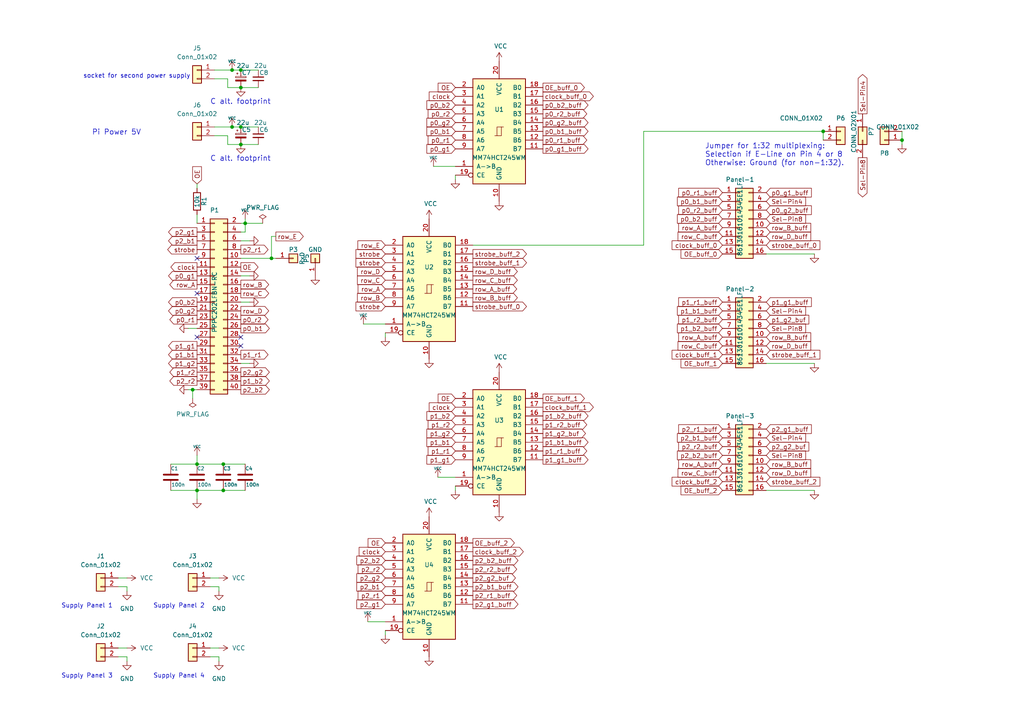
<source format=kicad_sch>
(kicad_sch (version 20211123) (generator eeschema)
  (paper "A4")
  (lib_symbols
    (symbol "74xx:74HC245" (pin_names (offset 1.016))
      (property "Reference" "U" (at -7.62 16.51 0))
      (property "Value" "74HC245" (at -7.62 -16.51 0))
      (symbol "74HC245_1_0"
        (pin input line (at -12.7 -10.16 0) (length 5.08) (name "A->B") (number "1"))
        (pin power_in line (at 0 -20.32 90) (length 5.08) (name "GND") (number "10"))
        (pin tri_state line (at 12.7 -5.08 180) (length 5.08) (name "B7") (number "11"))
        (pin tri_state line (at 12.7 -2.54 180) (length 5.08) (name "B6") (number "12"))
        (pin tri_state line (at 12.7 0 180) (length 5.08) (name "B5") (number "13"))
        (pin tri_state line (at 12.7 2.54 180) (length 5.08) (name "B4") (number "14"))
        (pin tri_state line (at 12.7 5.08 180) (length 5.08) (name "B3") (number "15"))
        (pin tri_state line (at 12.7 7.62 180) (length 5.08) (name "B2") (number "16"))
        (pin tri_state line (at 12.7 10.16 180) (length 5.08) (name "B1") (number "17"))
        (pin tri_state line (at 12.7 12.7 180) (length 5.08) (name "B0") (number "18"))
        (pin input inverted (at -12.7 -12.7 0) (length 5.08) (name "CE") (number "19"))
        (pin tri_state line (at -12.7 12.7 0) (length 5.08) (name "A0") (number "2"))
        (pin power_in line (at 0 20.32 270) (length 5.08) (name "VCC") (number "20"))
        (pin tri_state line (at -12.7 10.16 0) (length 5.08) (name "A1") (number "3"))
        (pin tri_state line (at -12.7 7.62 0) (length 5.08) (name "A2") (number "4"))
        (pin tri_state line (at -12.7 5.08 0) (length 5.08) (name "A3") (number "5"))
        (pin tri_state line (at -12.7 2.54 0) (length 5.08) (name "A4") (number "6"))
        (pin tri_state line (at -12.7 0 0) (length 5.08) (name "A5") (number "7"))
        (pin tri_state line (at -12.7 -2.54 0) (length 5.08) (name "A6") (number "8"))
        (pin tri_state line (at -12.7 -5.08 0) (length 5.08) (name "A7") (number "9"))
      )
    )
    (symbol "Connector_Generic:Conn_01x01" (pin_names (offset 1.016) hide)
      (property "Reference" "J" (at 0 2.54 0))
      (property "Value" "Conn_01x01" (at 0 -2.54 0))
      (symbol "Conn_01x01_1_1"
        (pin passive line (at -5.08 0 0) (length 3.81) (name "Pin_1") (number "1"))
      )
    )
    (symbol "Connector_Generic:Conn_01x02" (pin_names (offset 1.016) hide)
      (property "Reference" "J" (at 0 2.54 0))
      (property "Value" "Conn_01x02" (at 0 -5.08 0))
      (symbol "Conn_01x02_1_1"
        (pin passive line (at -5.08 0 0) (length 3.81) (name "Pin_1") (number "1"))
        (pin passive line (at -5.08 -2.54 0) (length 3.81) (name "Pin_2") (number "2"))
      )
    )
    (symbol "Connector_Generic:Conn_02x01" (pin_names (offset 1.016) hide)
      (property "Reference" "J" (at 1.27 2.54 0))
      (property "Value" "Conn_02x01" (at 1.27 -2.54 0))
      (symbol "Conn_02x01_1_1"
        (pin passive line (at -5.08 0 0) (length 3.81) (name "Pin_1") (number "1"))
        (pin passive line (at 7.62 0 180) (length 3.81) (name "Pin_2") (number "2"))
      )
    )
    (symbol "Connector_Generic:Conn_02x08_Odd_Even" (pin_names (offset 1.016) hide)
      (property "Reference" "J" (at 1.27 10.16 0))
      (property "Value" "Conn_02x08_Odd_Even" (at 1.27 -12.7 0))
      (symbol "Conn_02x08_Odd_Even_1_1"
        (pin passive line (at -5.08 7.62 0) (length 3.81) (name "Pin_1") (number "1"))
        (pin passive line (at 7.62 -2.54 180) (length 3.81) (name "Pin_10") (number "10"))
        (pin passive line (at -5.08 -5.08 0) (length 3.81) (name "Pin_11") (number "11"))
        (pin passive line (at 7.62 -5.08 180) (length 3.81) (name "Pin_12") (number "12"))
        (pin passive line (at -5.08 -7.62 0) (length 3.81) (name "Pin_13") (number "13"))
        (pin passive line (at 7.62 -7.62 180) (length 3.81) (name "Pin_14") (number "14"))
        (pin passive line (at -5.08 -10.16 0) (length 3.81) (name "Pin_15") (number "15"))
        (pin passive line (at 7.62 -10.16 180) (length 3.81) (name "Pin_16") (number "16"))
        (pin passive line (at 7.62 7.62 180) (length 3.81) (name "Pin_2") (number "2"))
        (pin passive line (at -5.08 5.08 0) (length 3.81) (name "Pin_3") (number "3"))
        (pin passive line (at 7.62 5.08 180) (length 3.81) (name "Pin_4") (number "4"))
        (pin passive line (at -5.08 2.54 0) (length 3.81) (name "Pin_5") (number "5"))
        (pin passive line (at 7.62 2.54 180) (length 3.81) (name "Pin_6") (number "6"))
        (pin passive line (at -5.08 0 0) (length 3.81) (name "Pin_7") (number "7"))
        (pin passive line (at 7.62 0 180) (length 3.81) (name "Pin_8") (number "8"))
        (pin passive line (at -5.08 -2.54 0) (length 3.81) (name "Pin_9") (number "9"))
      )
    )
    (symbol "Connector_Generic:Conn_02x20_Odd_Even" (pin_names (offset 1.016) hide)
      (property "Reference" "J" (at 1.27 25.4 0))
      (property "Value" "Conn_02x20_Odd_Even" (at 1.27 -27.94 0))
      (symbol "Conn_02x20_Odd_Even_1_1"
        (pin passive line (at -5.08 22.86 0) (length 3.81) (name "Pin_1") (number "1"))
        (pin passive line (at 7.62 12.7 180) (length 3.81) (name "Pin_10") (number "10"))
        (pin passive line (at -5.08 10.16 0) (length 3.81) (name "Pin_11") (number "11"))
        (pin passive line (at 7.62 10.16 180) (length 3.81) (name "Pin_12") (number "12"))
        (pin passive line (at -5.08 7.62 0) (length 3.81) (name "Pin_13") (number "13"))
        (pin passive line (at 7.62 7.62 180) (length 3.81) (name "Pin_14") (number "14"))
        (pin passive line (at -5.08 5.08 0) (length 3.81) (name "Pin_15") (number "15"))
        (pin passive line (at 7.62 5.08 180) (length 3.81) (name "Pin_16") (number "16"))
        (pin passive line (at -5.08 2.54 0) (length 3.81) (name "Pin_17") (number "17"))
        (pin passive line (at 7.62 2.54 180) (length 3.81) (name "Pin_18") (number "18"))
        (pin passive line (at -5.08 0 0) (length 3.81) (name "Pin_19") (number "19"))
        (pin passive line (at 7.62 22.86 180) (length 3.81) (name "Pin_2") (number "2"))
        (pin passive line (at 7.62 0 180) (length 3.81) (name "Pin_20") (number "20"))
        (pin passive line (at -5.08 -2.54 0) (length 3.81) (name "Pin_21") (number "21"))
        (pin passive line (at 7.62 -2.54 180) (length 3.81) (name "Pin_22") (number "22"))
        (pin passive line (at -5.08 -5.08 0) (length 3.81) (name "Pin_23") (number "23"))
        (pin passive line (at 7.62 -5.08 180) (length 3.81) (name "Pin_24") (number "24"))
        (pin passive line (at -5.08 -7.62 0) (length 3.81) (name "Pin_25") (number "25"))
        (pin passive line (at 7.62 -7.62 180) (length 3.81) (name "Pin_26") (number "26"))
        (pin passive line (at -5.08 -10.16 0) (length 3.81) (name "Pin_27") (number "27"))
        (pin passive line (at 7.62 -10.16 180) (length 3.81) (name "Pin_28") (number "28"))
        (pin passive line (at -5.08 -12.7 0) (length 3.81) (name "Pin_29") (number "29"))
        (pin passive line (at -5.08 20.32 0) (length 3.81) (name "Pin_3") (number "3"))
        (pin passive line (at 7.62 -12.7 180) (length 3.81) (name "Pin_30") (number "30"))
        (pin passive line (at -5.08 -15.24 0) (length 3.81) (name "Pin_31") (number "31"))
        (pin passive line (at 7.62 -15.24 180) (length 3.81) (name "Pin_32") (number "32"))
        (pin passive line (at -5.08 -17.78 0) (length 3.81) (name "Pin_33") (number "33"))
        (pin passive line (at 7.62 -17.78 180) (length 3.81) (name "Pin_34") (number "34"))
        (pin passive line (at -5.08 -20.32 0) (length 3.81) (name "Pin_35") (number "35"))
        (pin passive line (at 7.62 -20.32 180) (length 3.81) (name "Pin_36") (number "36"))
        (pin passive line (at -5.08 -22.86 0) (length 3.81) (name "Pin_37") (number "37"))
        (pin passive line (at 7.62 -22.86 180) (length 3.81) (name "Pin_38") (number "38"))
        (pin passive line (at -5.08 -25.4 0) (length 3.81) (name "Pin_39") (number "39"))
        (pin passive line (at 7.62 20.32 180) (length 3.81) (name "Pin_4") (number "4"))
        (pin passive line (at 7.62 -25.4 180) (length 3.81) (name "Pin_40") (number "40"))
        (pin passive line (at -5.08 17.78 0) (length 3.81) (name "Pin_5") (number "5"))
        (pin passive line (at 7.62 17.78 180) (length 3.81) (name "Pin_6") (number "6"))
        (pin passive line (at -5.08 15.24 0) (length 3.81) (name "Pin_7") (number "7"))
        (pin passive line (at 7.62 15.24 180) (length 3.81) (name "Pin_8") (number "8"))
        (pin passive line (at -5.08 12.7 0) (length 3.81) (name "Pin_9") (number "9"))
      )
    )
    (symbol "Device:C" (pin_numbers hide) (pin_names (offset 0.254))
      (property "Reference" "C" (at 0.635 2.54 0))
      (property "Value" "C" (at 0.635 -2.54 0))
      (symbol "C_1_1"
        (pin passive line (at 0 3.81 270) (length 2.794) (name "~") (number "1"))
        (pin passive line (at 0 -3.81 90) (length 2.794) (name "~") (number "2"))
      )
    )
    (symbol "Device:CP_Small" (pin_numbers hide) (pin_names (offset 0.254) hide)
      (property "Reference" "C" (at 0.254 1.778 0))
      (property "Value" "Device_CP_Small" (at 0.254 -2.032 0))
      (symbol "CP_Small_1_1"
        (pin passive line (at 0 2.54 270) (length 1.8542) (name "~") (number "1"))
        (pin passive line (at 0 -2.54 90) (length 1.8542) (name "~") (number "2"))
      )
    )
    (symbol "Device:C_Small" (pin_numbers hide) (pin_names (offset 0.254) hide)
      (property "Reference" "C" (at 0.254 1.778 0))
      (property "Value" "C_Small" (at 0.254 -2.032 0))
      (symbol "C_Small_1_1"
        (pin passive line (at 0 2.54 270) (length 2.032) (name "~") (number "1"))
        (pin passive line (at 0 -2.54 90) (length 2.032) (name "~") (number "2"))
      )
    )
    (symbol "Device:R" (pin_numbers hide) (pin_names (offset 0))
      (property "Reference" "R" (at 2.032 0 90))
      (property "Value" "R" (at 0 0 90))
      (symbol "R_1_1"
        (pin passive line (at 0 3.81 270) (length 1.27) (name "~") (number "1"))
        (pin passive line (at 0 -3.81 90) (length 1.27) (name "~") (number "2"))
      )
    )
    (symbol "power:GND" (power) (pin_names (offset 0))
      (property "Value" "GND" (at 0 -3.81 0))
      (symbol "GND_1_1"
        (pin power_in line (at 0 0 270) (length 0) hide (name "GND") (number "1"))
      )
    )
    (symbol "power:PWR_FLAG" (power) (pin_numbers hide) (pin_names (offset 0) hide)
      (property "Value" "PWR_FLAG" (at 0 3.81 0))
      (symbol "PWR_FLAG_0_0"
        (pin power_out line (at 0 0 90) (length 0) (name "pwr") (number "1"))
      )
    )
    (symbol "power:VCC" (power) (pin_names (offset 0))
      (property "Value" "VCC" (at 0 3.81 0))
      (symbol "VCC_1_1"
        (pin power_in line (at 0 0 90) (length 0) hide (name "VCC") (number "1"))
      )
    )
  )
  (junction (at 57.15 134.62))
  (junction (at 78.74 74.93))
  (junction (at 69.85 25.4))
  (junction (at 67.31 36.83))
  (junction (at 57.15 142.24))
  (junction (at 238.76 38.1))
  (junction (at 71.12 64.77))
  (junction (at 261.62 40.64))
  (junction (at 69.85 20.32))
  (junction (at 64.77 142.24))
  (junction (at 67.31 20.32))
  (junction (at 64.77 134.62))
  (junction (at 55.88 113.03))
  (junction (at 69.85 41.91))
  (junction (at 69.85 36.83))
  (no_connect (at 69.85 97.79))
  (no_connect (at 69.85 100.33))
  (no_connect (at 57.15 74.93))
  (no_connect (at 57.15 97.79))
  (no_connect (at 57.15 85.09))
  (wire (pts (xy 34.29 190.5) (xy 36.83 190.5)))
  (wire (pts (xy 111.76 182.88) (xy 111.76 184.15)))
  (wire (pts (xy 71.12 67.31) (xy 69.85 67.31)))
  (wire (pts (xy 34.29 187.96) (xy 36.83 187.96)))
  (wire (pts (xy 57.15 134.62) (xy 64.77 134.62)))
  (wire (pts (xy 67.31 20.32) (xy 69.85 20.32)))
  (wire (pts (xy 69.85 41.91) (xy 74.93 41.91)))
  (wire (pts (xy 36.83 190.5) (xy 36.83 191.77)))
  (wire (pts (xy 57.15 62.23) (xy 57.15 64.77)))
  (wire (pts (xy 62.23 39.37) (xy 66.04 39.37)))
  (wire (pts (xy 69.85 69.85) (xy 72.39 69.85)))
  (wire (pts (xy 63.5 190.5) (xy 63.5 191.77)))
  (wire (pts (xy 111.76 96.52) (xy 111.76 97.79)))
  (wire (pts (xy 34.29 167.64) (xy 36.83 167.64)))
  (wire (pts (xy 71.12 64.77) (xy 76.2 64.77)))
  (wire (pts (xy 261.62 38.1) (xy 261.62 40.64)))
  (wire (pts (xy 69.85 87.63) (xy 72.39 87.63)))
  (wire (pts (xy 57.15 142.24) (xy 57.15 144.78)))
  (wire (pts (xy 236.22 142.24) (xy 222.25 142.24)))
  (wire (pts (xy 62.23 20.32) (xy 67.31 20.32)))
  (wire (pts (xy 78.74 74.93) (xy 80.01 74.93)))
  (wire (pts (xy 36.83 170.18) (xy 36.83 171.45)))
  (wire (pts (xy 236.22 105.41) (xy 222.25 105.41)))
  (wire (pts (xy 66.04 22.86) (xy 66.04 25.4)))
  (wire (pts (xy 55.88 113.03) (xy 57.15 113.03)))
  (wire (pts (xy 80.01 68.58) (xy 78.74 68.58)))
  (wire (pts (xy 55.88 113.03) (xy 55.88 115.57)))
  (wire (pts (xy 60.96 190.5) (xy 63.5 190.5)))
  (wire (pts (xy 62.23 22.86) (xy 66.04 22.86)))
  (wire (pts (xy 60.96 167.64) (xy 63.5 167.64)))
  (wire (pts (xy 71.12 63.5) (xy 71.12 64.77)))
  (wire (pts (xy 105.41 93.98) (xy 111.76 93.98)))
  (wire (pts (xy 127 138.43) (xy 132.08 138.43)))
  (wire (pts (xy 49.53 142.24) (xy 57.15 142.24)))
  (wire (pts (xy 67.31 36.83) (xy 69.85 36.83)))
  (wire (pts (xy 132.08 48.26) (xy 125.73 48.26)))
  (wire (pts (xy 236.22 73.66) (xy 222.25 73.66)))
  (wire (pts (xy 57.15 142.24) (xy 64.77 142.24)))
  (wire (pts (xy 34.29 170.18) (xy 36.83 170.18)))
  (wire (pts (xy 66.04 39.37) (xy 66.04 41.91)))
  (wire (pts (xy 69.85 20.32) (xy 74.93 20.32)))
  (wire (pts (xy 132.08 140.97) (xy 132.08 142.24)))
  (wire (pts (xy 69.85 64.77) (xy 71.12 64.77)))
  (wire (pts (xy 71.12 64.77) (xy 71.12 67.31)))
  (wire (pts (xy 54.61 113.03) (xy 55.88 113.03)))
  (wire (pts (xy 69.85 105.41) (xy 72.39 105.41)))
  (wire (pts (xy 78.74 68.58) (xy 78.74 74.93)))
  (wire (pts (xy 69.85 80.01) (xy 72.39 80.01)))
  (wire (pts (xy 132.08 50.8) (xy 132.08 52.07)))
  (wire (pts (xy 69.85 25.4) (xy 74.93 25.4)))
  (wire (pts (xy 186.69 38.1) (xy 186.69 71.12)))
  (wire (pts (xy 66.04 41.91) (xy 69.85 41.91)))
  (wire (pts (xy 261.62 40.64) (xy 261.62 41.91)))
  (wire (pts (xy 186.69 38.1) (xy 238.76 38.1)))
  (wire (pts (xy 106.68 180.34) (xy 111.76 180.34)))
  (wire (pts (xy 62.23 36.83) (xy 67.31 36.83)))
  (wire (pts (xy 66.04 25.4) (xy 69.85 25.4)))
  (wire (pts (xy 64.77 142.24) (xy 71.12 142.24)))
  (wire (pts (xy 57.15 132.08) (xy 57.15 134.62)))
  (wire (pts (xy 69.85 74.93) (xy 78.74 74.93)))
  (wire (pts (xy 238.76 38.1) (xy 238.76 40.64)))
  (wire (pts (xy 64.77 134.62) (xy 71.12 134.62)))
  (wire (pts (xy 60.96 187.96) (xy 63.5 187.96)))
  (wire (pts (xy 54.61 95.25) (xy 57.15 95.25)))
  (wire (pts (xy 49.53 134.62) (xy 57.15 134.62)))
  (wire (pts (xy 60.96 170.18) (xy 63.5 170.18)))
  (wire (pts (xy 137.16 71.12) (xy 186.69 71.12)))
  (wire (pts (xy 69.85 36.83) (xy 74.93 36.83)))
  (wire (pts (xy 57.15 54.61) (xy 57.15 53.34)))
  (wire (pts (xy 63.5 170.18) (xy 63.5 171.45)))
  (text "Supply Panel 2" (at 44.45 176.53 0) (effects (font (size 1.27 1.27)) (justify left bottom)))
  (text "Supply Panel 1" (at 17.78 176.53 0) (effects (font (size 1.27 1.27)) (justify left bottom)))
  (text "Pi Power 5V" (at 26.67 39.37 0) (effects (font (size 1.524 1.524)) (justify left bottom)))
  (text "Supply Panel 4" (at 44.45 196.85 0) (effects (font (size 1.27 1.27)) (justify left bottom)))
  (text "Jumper for 1:32 multiplexing:\nSelection if E-Line on Pin 4 or 8\nOtherwise: Ground (for non-1:32)." (at 204.47 48.26 0) (effects (font (size 1.524 1.524)) (justify left bottom)))
  (text "C alt. footprint" (at 60.96 46.99 0) (effects (font (size 1.524 1.524)) (justify left bottom)))
  (text "C alt. footprint" (at 60.96 30.48 0) (effects (font (size 1.524 1.524)) (justify left bottom)))
  (text "Supply Panel 3" (at 17.78 196.85 0) (effects (font (size 1.27 1.27)) (justify left bottom)))
  (text "socket for second power supply" (at 24.13 22.86 0) (effects (font (size 1.27 1.27)) (justify left bottom)))
  (global_label "p0_r2_buff" (shape output) (at 157.48 33.02 0) (effects (font (size 1.2954 1.2954))) (property "Intersheet References" "${INTERSHEET_REFS}" (effects hide)))
  (global_label "clock" (shape input) (at 111.76 160.02 180) (effects (font (size 1.2954 1.2954))) (property "Intersheet References" "${INTERSHEET_REFS}" (effects hide)))
  (global_label "row_B" (shape output) (at 69.85 82.55 0) (effects (font (size 1.2954 1.2954))) (property "Intersheet References" "${INTERSHEET_REFS}" (effects hide)))
  (global_label "OE" (shape output) (at 69.85 77.47 0) (effects (font (size 1.2954 1.2954))) (property "Intersheet References" "${INTERSHEET_REFS}" (effects hide)))
  (global_label "row_A_buff" (shape output) (at 137.16 83.82 0) (effects (font (size 1.2954 1.2954))) (property "Intersheet References" "${INTERSHEET_REFS}" (effects hide)))
  (global_label "p1_b2_buff" (shape output) (at 157.48 120.65 0) (effects (font (size 1.2954 1.2954))) (property "Intersheet References" "${INTERSHEET_REFS}" (effects hide)))
  (global_label "p1_r2" (shape input) (at 132.08 123.19 180) (effects (font (size 1.2954 1.2954))) (property "Intersheet References" "${INTERSHEET_REFS}" (effects hide)))
  (global_label "row_C" (shape output) (at 69.85 85.09 0) (effects (font (size 1.2954 1.2954))) (property "Intersheet References" "${INTERSHEET_REFS}" (effects hide)))
  (global_label "p2_r1" (shape output) (at 69.85 72.39 0) (effects (font (size 1.2954 1.2954))) (property "Intersheet References" "${INTERSHEET_REFS}" (effects hide)))
  (global_label "OE_buff_2" (shape output) (at 137.16 157.48 0) (effects (font (size 1.2954 1.2954))) (property "Intersheet References" "${INTERSHEET_REFS}" (effects hide)))
  (global_label "p1_r1" (shape input) (at 132.08 130.81 180) (effects (font (size 1.2954 1.2954))) (property "Intersheet References" "${INTERSHEET_REFS}" (effects hide)))
  (global_label "OE_buff_2" (shape input) (at 209.55 142.24 180) (effects (font (size 1.2954 1.2954))) (property "Intersheet References" "${INTERSHEET_REFS}" (effects hide)))
  (global_label "row_B" (shape input) (at 111.76 86.36 180) (effects (font (size 1.2954 1.2954))) (property "Intersheet References" "${INTERSHEET_REFS}" (effects hide)))
  (global_label "p0_b1" (shape input) (at 132.08 38.1 180) (effects (font (size 1.2954 1.2954))) (property "Intersheet References" "${INTERSHEET_REFS}" (effects hide)))
  (global_label "row_D_buff" (shape output) (at 137.16 78.74 0) (effects (font (size 1.2954 1.2954))) (property "Intersheet References" "${INTERSHEET_REFS}" (effects hide)))
  (global_label "OE" (shape input) (at 132.08 25.4 180) (effects (font (size 1.2954 1.2954))) (property "Intersheet References" "${INTERSHEET_REFS}" (effects hide)))
  (global_label "p1_r2_buff" (shape output) (at 157.48 123.19 0) (effects (font (size 1.2954 1.2954))) (property "Intersheet References" "${INTERSHEET_REFS}" (effects hide)))
  (global_label "row_A_buff" (shape input) (at 209.55 97.79 180) (effects (font (size 1.2954 1.2954))) (property "Intersheet References" "${INTERSHEET_REFS}" (effects hide)))
  (global_label "p1_b1" (shape input) (at 132.08 128.27 180) (effects (font (size 1.2954 1.2954))) (property "Intersheet References" "${INTERSHEET_REFS}" (effects hide)))
  (global_label "p2_g2_buf" (shape output) (at 137.16 167.64 0) (effects (font (size 1.2954 1.2954))) (property "Intersheet References" "${INTERSHEET_REFS}" (effects hide)))
  (global_label "row_C_buff" (shape input) (at 209.55 68.58 180) (effects (font (size 1.2954 1.2954))) (property "Intersheet References" "${INTERSHEET_REFS}" (effects hide)))
  (global_label "p1_g1" (shape output) (at 57.15 100.33 180) (effects (font (size 1.2954 1.2954))) (property "Intersheet References" "${INTERSHEET_REFS}" (effects hide)))
  (global_label "p1_r2_buff" (shape input) (at 209.55 92.71 180) (effects (font (size 1.2954 1.2954))) (property "Intersheet References" "${INTERSHEET_REFS}" (effects hide)))
  (global_label "row_D_buff" (shape input) (at 222.25 100.33 0) (effects (font (size 1.2954 1.2954))) (property "Intersheet References" "${INTERSHEET_REFS}" (effects hide)))
  (global_label "clock" (shape input) (at 132.08 118.11 180) (effects (font (size 1.2954 1.2954))) (property "Intersheet References" "${INTERSHEET_REFS}" (effects hide)))
  (global_label "p0_b2_buff" (shape input) (at 209.55 63.5 180) (effects (font (size 1.2954 1.2954))) (property "Intersheet References" "${INTERSHEET_REFS}" (effects hide)))
  (global_label "p2_g2" (shape input) (at 111.76 167.64 180) (effects (font (size 1.2954 1.2954))) (property "Intersheet References" "${INTERSHEET_REFS}" (effects hide)))
  (global_label "p1_g2_buf" (shape output) (at 157.48 125.73 0) (effects (font (size 1.2954 1.2954))) (property "Intersheet References" "${INTERSHEET_REFS}" (effects hide)))
  (global_label "clock_buff_0" (shape output) (at 157.48 27.94 0) (effects (font (size 1.2954 1.2954))) (property "Intersheet References" "${INTERSHEET_REFS}" (effects hide)))
  (global_label "p0_b2_buff" (shape output) (at 157.48 30.48 0) (effects (font (size 1.2954 1.2954))) (property "Intersheet References" "${INTERSHEET_REFS}" (effects hide)))
  (global_label "Sel-Pin4" (shape input) (at 222.25 127 0) (effects (font (size 1.2954 1.2954))) (property "Intersheet References" "${INTERSHEET_REFS}" (effects hide)))
  (global_label "p2_b1_buff" (shape output) (at 137.16 170.18 0) (effects (font (size 1.2954 1.2954))) (property "Intersheet References" "${INTERSHEET_REFS}" (effects hide)))
  (global_label "row_C_buff" (shape output) (at 137.16 81.28 0) (effects (font (size 1.2954 1.2954))) (property "Intersheet References" "${INTERSHEET_REFS}" (effects hide)))
  (global_label "p2_r2" (shape input) (at 111.76 165.1 180) (effects (font (size 1.2954 1.2954))) (property "Intersheet References" "${INTERSHEET_REFS}" (effects hide)))
  (global_label "p0_r1_buff" (shape output) (at 157.48 40.64 0) (effects (font (size 1.2954 1.2954))) (property "Intersheet References" "${INTERSHEET_REFS}" (effects hide)))
  (global_label "clock_buff_2" (shape input) (at 209.55 139.7 180) (effects (font (size 1.2954 1.2954))) (property "Intersheet References" "${INTERSHEET_REFS}" (effects hide)))
  (global_label "p0_r2" (shape input) (at 132.08 33.02 180) (effects (font (size 1.2954 1.2954))) (property "Intersheet References" "${INTERSHEET_REFS}" (effects hide)))
  (global_label "Sel-Pin8" (shape input) (at 222.25 132.08 0) (effects (font (size 1.2954 1.2954))) (property "Intersheet References" "${INTERSHEET_REFS}" (effects hide)))
  (global_label "p1_r1_buff" (shape input) (at 209.55 87.63 180) (effects (font (size 1.2954 1.2954))) (property "Intersheet References" "${INTERSHEET_REFS}" (effects hide)))
  (global_label "p2_g1" (shape input) (at 111.76 175.26 180) (effects (font (size 1.2954 1.2954))) (property "Intersheet References" "${INTERSHEET_REFS}" (effects hide)))
  (global_label "row_A" (shape output) (at 57.15 82.55 180) (effects (font (size 1.2954 1.2954))) (property "Intersheet References" "${INTERSHEET_REFS}" (effects hide)))
  (global_label "Sel-Pin8" (shape input) (at 222.25 95.25 0) (effects (font (size 1.2954 1.2954))) (property "Intersheet References" "${INTERSHEET_REFS}" (effects hide)))
  (global_label "p0_g1" (shape output) (at 57.15 80.01 180) (effects (font (size 1.2954 1.2954))) (property "Intersheet References" "${INTERSHEET_REFS}" (effects hide)))
  (global_label "p2_r1" (shape input) (at 111.76 172.72 180) (effects (font (size 1.2954 1.2954))) (property "Intersheet References" "${INTERSHEET_REFS}" (effects hide)))
  (global_label "p2_r2" (shape output) (at 57.15 110.49 180) (effects (font (size 1.2954 1.2954))) (property "Intersheet References" "${INTERSHEET_REFS}" (effects hide)))
  (global_label "p0_r2" (shape output) (at 69.85 92.71 0) (effects (font (size 1.2954 1.2954))) (property "Intersheet References" "${INTERSHEET_REFS}" (effects hide)))
  (global_label "p1_g1" (shape input) (at 132.08 133.35 180) (effects (font (size 1.2954 1.2954))) (property "Intersheet References" "${INTERSHEET_REFS}" (effects hide)))
  (global_label "p2_r2_buff" (shape input) (at 209.55 129.54 180) (effects (font (size 1.2954 1.2954))) (property "Intersheet References" "${INTERSHEET_REFS}" (effects hide)))
  (global_label "clock" (shape input) (at 132.08 27.94 180) (effects (font (size 1.2954 1.2954))) (property "Intersheet References" "${INTERSHEET_REFS}" (effects hide)))
  (global_label "p2_b2" (shape output) (at 69.85 113.03 0) (effects (font (size 1.2954 1.2954))) (property "Intersheet References" "${INTERSHEET_REFS}" (effects hide)))
  (global_label "p0_g2" (shape output) (at 57.15 90.17 180) (effects (font (size 1.2954 1.2954))) (property "Intersheet References" "${INTERSHEET_REFS}" (effects hide)))
  (global_label "row_C_buff" (shape input) (at 209.55 137.16 180) (effects (font (size 1.2954 1.2954))) (property "Intersheet References" "${INTERSHEET_REFS}" (effects hide)))
  (global_label "OE_buff_0" (shape output) (at 157.48 25.4 0) (effects (font (size 1.2954 1.2954))) (property "Intersheet References" "${INTERSHEET_REFS}" (effects hide)))
  (global_label "p2_r1_buff" (shape input) (at 209.55 124.46 180) (effects (font (size 1.2954 1.2954))) (property "Intersheet References" "${INTERSHEET_REFS}" (effects hide)))
  (global_label "strobe" (shape input) (at 111.76 76.2 180) (effects (font (size 1.2954 1.2954))) (property "Intersheet References" "${INTERSHEET_REFS}" (effects hide)))
  (global_label "row_A_buff" (shape input) (at 209.55 66.04 180) (effects (font (size 1.2954 1.2954))) (property "Intersheet References" "${INTERSHEET_REFS}" (effects hide)))
  (global_label "p0_b2" (shape output) (at 57.15 87.63 180) (effects (font (size 1.2954 1.2954))) (property "Intersheet References" "${INTERSHEET_REFS}" (effects hide)))
  (global_label "Sel-Pin4" (shape input) (at 222.25 58.42 0) (effects (font (size 1.2954 1.2954))) (property "Intersheet References" "${INTERSHEET_REFS}" (effects hide)))
  (global_label "row_B_buff" (shape input) (at 222.25 66.04 0) (effects (font (size 1.2954 1.2954))) (property "Intersheet References" "${INTERSHEET_REFS}" (effects hide)))
  (global_label "Sel-Pin4" (shape output) (at 250.19 33.02 90) (effects (font (size 1.2954 1.2954))) (property "Intersheet References" "${INTERSHEET_REFS}" (effects hide)))
  (global_label "strobe_buff_0" (shape output) (at 137.16 88.9 0) (effects (font (size 1.2954 1.2954))) (property "Intersheet References" "${INTERSHEET_REFS}" (effects hide)))
  (global_label "p1_g2" (shape input) (at 132.08 125.73 180) (effects (font (size 1.2954 1.2954))) (property "Intersheet References" "${INTERSHEET_REFS}" (effects hide)))
  (global_label "row_B_buff" (shape input) (at 222.25 97.79 0) (effects (font (size 1.2954 1.2954))) (property "Intersheet References" "${INTERSHEET_REFS}" (effects hide)))
  (global_label "p0_g2" (shape input) (at 132.08 35.56 180) (effects (font (size 1.2954 1.2954))) (property "Intersheet References" "${INTERSHEET_REFS}" (effects hide)))
  (global_label "p0_g1_buff" (shape input) (at 222.25 55.88 0) (effects (font (size 1.2954 1.2954))) (property "Intersheet References" "${INTERSHEET_REFS}" (effects hide)))
  (global_label "p2_g1" (shape output) (at 57.15 67.31 180) (effects (font (size 1.2954 1.2954))) (property "Intersheet References" "${INTERSHEET_REFS}" (effects hide)))
  (global_label "p1_r2" (shape output) (at 57.15 107.95 180) (effects (font (size 1.2954 1.2954))) (property "Intersheet References" "${INTERSHEET_REFS}" (effects hide)))
  (global_label "p2_g1_buff" (shape output) (at 137.16 175.26 0) (effects (font (size 1.2954 1.2954))) (property "Intersheet References" "${INTERSHEET_REFS}" (effects hide)))
  (global_label "p2_b2_buff" (shape input) (at 209.55 132.08 180) (effects (font (size 1.2954 1.2954))) (property "Intersheet References" "${INTERSHEET_REFS}" (effects hide)))
  (global_label "p0_r1_buff" (shape input) (at 209.55 55.88 180) (effects (font (size 1.2954 1.2954))) (property "Intersheet References" "${INTERSHEET_REFS}" (effects hide)))
  (global_label "row_B_buff" (shape output) (at 137.16 86.36 0) (effects (font (size 1.2954 1.2954))) (property "Intersheet References" "${INTERSHEET_REFS}" (effects hide)))
  (global_label "Sel-Pin8" (shape input) (at 222.25 63.5 0) (effects (font (size 1.2954 1.2954))) (property "Intersheet References" "${INTERSHEET_REFS}" (effects hide)))
  (global_label "p2_r2_buff" (shape output) (at 137.16 165.1 0) (effects (font (size 1.2954 1.2954))) (property "Intersheet References" "${INTERSHEET_REFS}" (effects hide)))
  (global_label "p1_b1_buff" (shape output) (at 157.48 128.27 0) (effects (font (size 1.2954 1.2954))) (property "Intersheet References" "${INTERSHEET_REFS}" (effects hide)))
  (global_label "OE" (shape input) (at 57.15 53.34 90) (effects (font (size 1.2954 1.2954))) (property "Intersheet References" "${INTERSHEET_REFS}" (effects hide)))
  (global_label "strobe_buff_2" (shape output) (at 137.16 73.66 0) (effects (font (size 1.2954 1.2954))) (property "Intersheet References" "${INTERSHEET_REFS}" (effects hide)))
  (global_label "p1_b2" (shape input) (at 132.08 120.65 180) (effects (font (size 1.2954 1.2954))) (property "Intersheet References" "${INTERSHEET_REFS}" (effects hide)))
  (global_label "p0_b1_buff" (shape input) (at 209.55 58.42 180) (effects (font (size 1.2954 1.2954))) (property "Intersheet References" "${INTERSHEET_REFS}" (effects hide)))
  (global_label "p0_b1" (shape output) (at 69.85 95.25 0) (effects (font (size 1.2954 1.2954))) (property "Intersheet References" "${INTERSHEET_REFS}" (effects hide)))
  (global_label "p1_b2" (shape output) (at 69.85 110.49 0) (effects (font (size 1.2954 1.2954))) (property "Intersheet References" "${INTERSHEET_REFS}" (effects hide)))
  (global_label "strobe" (shape input) (at 111.76 88.9 180) (effects (font (size 1.2954 1.2954))) (property "Intersheet References" "${INTERSHEET_REFS}" (effects hide)))
  (global_label "row_D" (shape output) (at 69.85 90.17 0) (effects (font (size 1.2954 1.2954))) (property "Intersheet References" "${INTERSHEET_REFS}" (effects hide)))
  (global_label "clock_buff_1" (shape output) (at 157.48 118.11 0) (effects (font (size 1.2954 1.2954))) (property "Intersheet References" "${INTERSHEET_REFS}" (effects hide)))
  (global_label "p1_b2_buff" (shape input) (at 209.55 95.25 180) (effects (font (size 1.2954 1.2954))) (property "Intersheet References" "${INTERSHEET_REFS}" (effects hide)))
  (global_label "p2_g1_buff" (shape input) (at 222.25 124.46 0) (effects (font (size 1.2954 1.2954))) (property "Intersheet References" "${INTERSHEET_REFS}" (effects hide)))
  (global_label "clock_buff_2" (shape output) (at 137.16 160.02 0) (effects (font (size 1.2954 1.2954))) (property "Intersheet References" "${INTERSHEET_REFS}" (effects hide)))
  (global_label "p0_r2_buff" (shape input) (at 209.55 60.96 180) (effects (font (size 1.2954 1.2954))) (property "Intersheet References" "${INTERSHEET_REFS}" (effects hide)))
  (global_label "row_C_buff" (shape input) (at 209.55 100.33 180) (effects (font (size 1.2954 1.2954))) (property "Intersheet References" "${INTERSHEET_REFS}" (effects hide)))
  (global_label "OE_buff_1" (shape input) (at 209.55 105.41 180) (effects (font (size 1.2954 1.2954))) (property "Intersheet References" "${INTERSHEET_REFS}" (effects hide)))
  (global_label "p2_b1" (shape input) (at 111.76 170.18 180) (effects (font (size 1.2954 1.2954))) (property "Intersheet References" "${INTERSHEET_REFS}" (effects hide)))
  (global_label "row_A" (shape input) (at 111.76 83.82 180) (effects (font (size 1.2954 1.2954))) (property "Intersheet References" "${INTERSHEET_REFS}" (effects hide)))
  (global_label "p1_b1_buff" (shape input) (at 209.55 90.17 180) (effects (font (size 1.2954 1.2954))) (property "Intersheet References" "${INTERSHEET_REFS}" (effects hide)))
  (global_label "Sel-Pin8" (shape output) (at 250.19 45.72 270) (effects (font (size 1.2954 1.2954))) (property "Intersheet References" "${INTERSHEET_REFS}" (effects hide)))
  (global_label "p0_g1_buff" (shape output) (at 157.48 43.18 0) (effects (font (size 1.2954 1.2954))) (property "Intersheet References" "${INTERSHEET_REFS}" (effects hide)))
  (global_label "strobe_buff_2" (shape input) (at 222.25 139.7 0) (effects (font (size 1.2954 1.2954))) (property "Intersheet References" "${INTERSHEET_REFS}" (effects hide)))
  (global_label "p0_b1_buff" (shape output) (at 157.48 38.1 0) (effects (font (size 1.2954 1.2954))) (property "Intersheet References" "${INTERSHEET_REFS}" (effects hide)))
  (global_label "p1_r1" (shape output) (at 69.85 102.87 0) (effects (font (size 1.2954 1.2954))) (property "Intersheet References" "${INTERSHEET_REFS}" (effects hide)))
  (global_label "p2_g2_buf" (shape input) (at 222.25 129.54 0) (effects (font (size 1.2954 1.2954))) (property "Intersheet References" "${INTERSHEET_REFS}" (effects hide)))
  (global_label "p0_r1" (shape input) (at 132.08 40.64 180) (effects (font (size 1.2954 1.2954))) (property "Intersheet References" "${INTERSHEET_REFS}" (effects hide)))
  (global_label "OE" (shape input) (at 111.76 157.48 180) (effects (font (size 1.2954 1.2954))) (property "Intersheet References" "${INTERSHEET_REFS}" (effects hide)))
  (global_label "p0_b2" (shape input) (at 132.08 30.48 180) (effects (font (size 1.2954 1.2954))) (property "Intersheet References" "${INTERSHEET_REFS}" (effects hide)))
  (global_label "row_D_buff" (shape input) (at 222.25 68.58 0) (effects (font (size 1.2954 1.2954))) (property "Intersheet References" "${INTERSHEET_REFS}" (effects hide)))
  (global_label "p1_g1_buff" (shape input) (at 222.25 87.63 0) (effects (font (size 1.2954 1.2954))) (property "Intersheet References" "${INTERSHEET_REFS}" (effects hide)))
  (global_label "Sel-Pin4" (shape input) (at 222.25 90.17 0) (effects (font (size 1.2954 1.2954))) (property "Intersheet References" "${INTERSHEET_REFS}" (effects hide)))
  (global_label "strobe_buff_1" (shape input) (at 222.25 102.87 0) (effects (font (size 1.2954 1.2954))) (property "Intersheet References" "${INTERSHEET_REFS}" (effects hide)))
  (global_label "strobe_buff_1" (shape output) (at 137.16 76.2 0) (effects (font (size 1.2954 1.2954))) (property "Intersheet References" "${INTERSHEET_REFS}" (effects hide)))
  (global_label "clock_buff_0" (shape input) (at 209.55 71.12 180) (effects (font (size 1.2954 1.2954))) (property "Intersheet References" "${INTERSHEET_REFS}" (effects hide)))
  (global_label "p1_b1" (shape output) (at 57.15 102.87 180) (effects (font (size 1.2954 1.2954))) (property "Intersheet References" "${INTERSHEET_REFS}" (effects hide)))
  (global_label "p0_g2_buff" (shape output) (at 157.48 35.56 0) (effects (font (size 1.2954 1.2954))) (property "Intersheet References" "${INTERSHEET_REFS}" (effects hide)))
  (global_label "OE" (shape input) (at 132.08 115.57 180) (effects (font (size 1.2954 1.2954))) (property "Intersheet References" "${INTERSHEET_REFS}" (effects hide)))
  (global_label "strobe" (shape output) (at 57.15 72.39 180) (effects (font (size 1.2954 1.2954))) (property "Intersheet References" "${INTERSHEET_REFS}" (effects hide)))
  (global_label "clock_buff_1" (shape input) (at 209.55 102.87 180) (effects (font (size 1.2954 1.2954))) (property "Intersheet References" "${INTERSHEET_REFS}" (effects hide)))
  (global_label "p0_r1" (shape output) (at 57.15 92.71 180) (effects (font (size 1.2954 1.2954))) (property "Intersheet References" "${INTERSHEET_REFS}" (effects hide)))
  (global_label "strobe_buff_0" (shape input) (at 222.25 71.12 0) (effects (font (size 1.2954 1.2954))) (property "Intersheet References" "${INTERSHEET_REFS}" (effects hide)))
  (global_label "p1_g2" (shape output) (at 57.15 105.41 180) (effects (font (size 1.2954 1.2954))) (property "Intersheet References" "${INTERSHEET_REFS}" (effects hide)))
  (global_label "OE_buff_1" (shape output) (at 157.48 115.57 0) (effects (font (size 1.2954 1.2954))) (property "Intersheet References" "${INTERSHEET_REFS}" (effects hide)))
  (global_label "row_C" (shape input) (at 111.76 81.28 180) (effects (font (size 1.2954 1.2954))) (property "Intersheet References" "${INTERSHEET_REFS}" (effects hide)))
  (global_label "p1_r1_buff" (shape output) (at 157.48 130.81 0) (effects (font (size 1.2954 1.2954))) (property "Intersheet References" "${INTERSHEET_REFS}" (effects hide)))
  (global_label "p2_g2" (shape output) (at 69.85 107.95 0) (effects (font (size 1.2954 1.2954))) (property "Intersheet References" "${INTERSHEET_REFS}" (effects hide)))
  (global_label "p1_g1_buff" (shape output) (at 157.48 133.35 0) (effects (font (size 1.2954 1.2954))) (property "Intersheet References" "${INTERSHEET_REFS}" (effects hide)))
  (global_label "row_D" (shape input) (at 111.76 78.74 180) (effects (font (size 1.2954 1.2954))) (property "Intersheet References" "${INTERSHEET_REFS}" (effects hide)))
  (global_label "p2_b2_buff" (shape output) (at 137.16 162.56 0) (effects (font (size 1.2954 1.2954))) (property "Intersheet References" "${INTERSHEET_REFS}" (effects hide)))
  (global_label "p2_b2" (shape input) (at 111.76 162.56 180) (effects (font (size 1.2954 1.2954))) (property "Intersheet References" "${INTERSHEET_REFS}" (effects hide)))
  (global_label "strobe" (shape input) (at 111.76 73.66 180) (effects (font (size 1.2954 1.2954))) (property "Intersheet References" "${INTERSHEET_REFS}" (effects hide)))
  (global_label "p2_b1_buff" (shape input) (at 209.55 127 180) (effects (font (size 1.2954 1.2954))) (property "Intersheet References" "${INTERSHEET_REFS}" (effects hide)))
  (global_label "p0_g2_buff" (shape input) (at 222.25 60.96 0) (effects (font (size 1.2954 1.2954))) (property "Intersheet References" "${INTERSHEET_REFS}" (effects hide)))
  (global_label "p0_g1" (shape input) (at 132.08 43.18 180) (effects (font (size 1.2954 1.2954))) (property "Intersheet References" "${INTERSHEET_REFS}" (effects hide)))
  (global_label "p2_r1_buff" (shape output) (at 137.16 172.72 0) (effects (font (size 1.2954 1.2954))) (property "Intersheet References" "${INTERSHEET_REFS}" (effects hide)))
  (global_label "OE_buff_0" (shape input) (at 209.55 73.66 180) (effects (font (size 1.2954 1.2954))) (property "Intersheet References" "${INTERSHEET_REFS}" (effects hide)))
  (global_label "row_E" (shape output) (at 80.01 68.58 0) (effects (font (size 1.2954 1.2954))) (property "Intersheet References" "${INTERSHEET_REFS}" (effects hide)))
  (global_label "row_D_buff" (shape input) (at 222.25 137.16 0) (effects (font (size 1.2954 1.2954))) (property "Intersheet References" "${INTERSHEET_REFS}" (effects hide)))
  (global_label "p2_b1" (shape output) (at 57.15 69.85 180) (effects (font (size 1.2954 1.2954))) (property "Intersheet References" "${INTERSHEET_REFS}" (effects hide)))
  (global_label "row_B_buff" (shape input) (at 222.25 134.62 0) (effects (font (size 1.2954 1.2954))) (property "Intersheet References" "${INTERSHEET_REFS}" (effects hide)))
  (global_label "row_E" (shape input) (at 111.76 71.12 180) (effects (font (size 1.2954 1.2954))) (property "Intersheet References" "${INTERSHEET_REFS}" (effects hide)))
  (global_label "row_A_buff" (shape input) (at 209.55 134.62 180) (effects (font (size 1.2954 1.2954))) (property "Intersheet References" "${INTERSHEET_REFS}" (effects hide)))
  (global_label "p1_g2_buf" (shape input) (at 222.25 92.71 0) (effects (font (size 1.2954 1.2954))) (property "Intersheet References" "${INTERSHEET_REFS}" (effects hide)))
  (global_label "clock" (shape output) (at 57.15 77.47 180) (effects (font (size 1.2954 1.2954))) (property "Intersheet References" "${INTERSHEET_REFS}" (effects hide)))
  (symbol (lib_id "Connector_Generic:Conn_02x08_Odd_Even") (at 214.63 63.5 0) (unit 1)
    (property "Reference" "Panel-1" (at 214.63 52.07 0))
    (property "Value" "86130161014345E1LF" (at 214.63 63.5 90))
    (property "Footprint" "Connector_IDC:IDC-Header_2x08_P2.54mm_Vertical" (effects hide))
  )
  (symbol (lib_id "Connector_Generic:Conn_02x20_Odd_Even") (at 62.23 87.63 0) (unit 1)
    (property "Reference" "P1" (at 62.23 60.96 0))
    (property "Value" "PPPC202LFBN-RC" (at 62.23 87.63 90))
    (property "Footprint" "Pin_Headers:Pin_Header_Straight_2x20" (effects hide))
  )
  (symbol (lib_id "power:GND") (at 72.39 80.01 90) (unit 1)
    (property "Reference" "#PWR09" (effects hide))
    (property "Value" "GND" (effects hide))
  )
  (symbol (lib_id "power:GND") (at 72.39 87.63 90) (unit 1)
    (property "Reference" "#PWR010" (effects hide))
    (property "Value" "GND" (effects hide))
  )
  (symbol (lib_id "power:GND") (at 72.39 69.85 90) (unit 1)
    (property "Reference" "#PWR08" (effects hide))
    (property "Value" "GND" (effects hide))
  )
  (symbol (lib_id "power:GND") (at 54.61 113.03 270) (unit 1)
    (property "Reference" "#PWR02" (effects hide))
    (property "Value" "GND" (effects hide))
  )
  (symbol (lib_id "power:GND") (at 72.39 105.41 90) (unit 1)
    (property "Reference" "#PWR011" (effects hide))
    (property "Value" "GND" (effects hide))
  )
  (symbol (lib_id "power:GND") (at 54.61 95.25 270) (unit 1)
    (property "Reference" "#PWR01" (effects hide))
    (property "Value" "GND" (effects hide))
  )
  (symbol (lib_id "Device:C") (at 49.53 138.43 0) (unit 1)
    (property "Reference" "C1" (at 49.53 135.89 0) (effects (font (size 1.016 1.016)) (justify left)))
    (property "Value" "100n" (at 49.6824 140.589 0) (effects (font (size 1.016 1.016)) (justify left)))
    (property "Footprint" "Capacitor_SMD:C_0805_2012Metric" (effects hide))
  )
  (symbol (lib_id "Device:C") (at 57.15 138.43 0) (unit 1)
    (property "Reference" "C2" (at 57.15 135.89 0) (effects (font (size 1.016 1.016)) (justify left)))
    (property "Value" "100n" (at 57.3024 140.589 0) (effects (font (size 1.016 1.016)) (justify left)))
    (property "Footprint" "Capacitor_SMD:C_0805_2012Metric" (effects hide))
  )
  (symbol (lib_id "Device:C") (at 64.77 138.43 0) (unit 1)
    (property "Reference" "C3" (at 64.77 135.89 0) (effects (font (size 1.016 1.016)) (justify left)))
    (property "Value" "100n" (at 64.9224 140.589 0) (effects (font (size 1.016 1.016)) (justify left)))
    (property "Footprint" "Capacitor_SMD:C_0805_2012Metric" (effects hide))
  )
  (symbol (lib_id "power:GND") (at 57.15 144.78 0) (unit 1)
    (property "Reference" "#PWR04" (effects hide))
    (property "Value" "GND" (effects hide))
  )
  (symbol (lib_id "power:GND") (at 236.22 73.66 0) (unit 1)
    (property "Reference" "#PWR021" (effects hide))
    (property "Value" "GND" (effects hide))
  )
  (symbol (lib_id "power:VCC") (at 57.15 132.08 0) (unit 1)
    (property "Reference" "#PWR03" (effects hide))
    (property "Value" "VCC" (at 57.15 129.54 0) (effects (font (size 0.762 0.762))))
  )
  (symbol (lib_id "power:VCC") (at 71.12 63.5 0) (unit 1)
    (property "Reference" "#PWR07" (effects hide))
    (property "Value" "VCC" (at 71.12 60.96 0) (effects (font (size 0.762 0.762))))
  )
  (symbol (lib_id "Connector_Generic:Conn_02x08_Odd_Even") (at 214.63 95.25 0) (unit 1)
    (property "Reference" "Panel-2" (at 214.63 83.82 0))
    (property "Value" "86130161014345E1LF" (at 214.63 95.25 90))
    (property "Footprint" "Connector_IDC:IDC-Header_2x08_P2.54mm_Vertical" (effects hide))
  )
  (symbol (lib_id "power:GND") (at 236.22 105.41 0) (unit 1)
    (property "Reference" "#PWR022" (effects hide))
    (property "Value" "GND" (effects hide))
  )
  (symbol (lib_id "power:GND") (at 132.08 52.07 0) (unit 1)
    (property "Reference" "#PWR017" (effects hide))
    (property "Value" "GND" (effects hide))
  )
  (symbol (lib_id "power:GND") (at 111.76 97.79 0) (unit 1)
    (property "Reference" "#PWR018" (effects hide))
    (property "Value" "GND" (effects hide))
  )
  (symbol (lib_id "power:GND") (at 132.08 142.24 0) (unit 1)
    (property "Reference" "#PWR019" (effects hide))
    (property "Value" "GND" (effects hide))
  )
  (symbol (lib_id "power:VCC") (at 125.73 48.26 0) (unit 1)
    (property "Reference" "#PWR013" (effects hide))
    (property "Value" "VCC" (at 125.73 45.72 0) (effects (font (size 0.762 0.762))))
  )
  (symbol (lib_id "power:VCC") (at 105.41 93.98 0) (unit 1)
    (property "Reference" "#PWR014" (effects hide))
    (property "Value" "VCC" (at 105.41 91.44 0) (effects (font (size 0.762 0.762))))
  )
  (symbol (lib_id "power:VCC") (at 127 138.43 0) (unit 1)
    (property "Reference" "#PWR015" (effects hide))
    (property "Value" "VCC" (at 127 135.89 0) (effects (font (size 0.762 0.762))))
  )
  (symbol (lib_id "Device:C") (at 71.12 138.43 0) (unit 1)
    (property "Reference" "C4" (at 71.12 135.89 0) (effects (font (size 1.016 1.016)) (justify left)))
    (property "Value" "100n" (at 71.2724 140.589 0) (effects (font (size 1.016 1.016)) (justify left)))
    (property "Footprint" "Capacitor_SMD:C_0805_2012Metric" (effects hide))
  )
  (symbol (lib_id "Connector_Generic:Conn_02x08_Odd_Even") (at 214.63 132.08 0) (unit 1)
    (property "Reference" "Panel-3" (at 214.63 120.65 0))
    (property "Value" "86130161014345E1LF" (at 214.63 132.08 90))
    (property "Footprint" "Connector_IDC:IDC-Header_2x08_P2.54mm_Vertical" (effects hide))
  )
  (symbol (lib_id "power:GND") (at 236.22 142.24 0) (unit 1)
    (property "Reference" "#PWR023" (effects hide))
    (property "Value" "GND" (effects hide))
  )
  (symbol (lib_id "power:GND") (at 111.76 184.15 0) (unit 1)
    (property "Reference" "#PWR020" (effects hide))
    (property "Value" "GND" (effects hide))
  )
  (symbol (lib_id "power:VCC") (at 106.68 180.34 0) (unit 1)
    (property "Reference" "#PWR016" (effects hide))
    (property "Value" "VCC" (at 106.68 177.8 0) (effects (font (size 0.762 0.762))))
  )
  (symbol (lib_id "power:PWR_FLAG") (at 76.2 64.77 0) (unit 1)
    (property "Reference" "#FLG02" (effects hide))
    (property "Value" "PWR_FLAG" (at 76.2 60.198 0))
  )
  (symbol (lib_id "power:PWR_FLAG") (at 55.88 115.57 180) (unit 1)
    (property "Reference" "#FLG01" (effects hide))
    (property "Value" "PWR_FLAG" (at 55.88 120.142 0))
  )
  (symbol (lib_id "Device:R") (at 57.15 58.42 0) (unit 1)
    (property "Reference" "R1" (at 59.182 58.42 90))
    (property "Value" "10k" (at 57.15 58.42 90))
    (property "Footprint" "Resistor_SMD:R_0805_2012Metric" (effects hide))
  )
  (symbol (lib_id "power:GND") (at 69.85 41.91 0) (unit 1)
    (property "Reference" "#PWR06" (effects hide))
    (property "Value" "GND" (effects hide))
  )
  (symbol (lib_id "power:VCC") (at 67.31 36.83 0) (unit 1)
    (property "Reference" "#PWR05" (effects hide))
    (property "Value" "VCC" (at 67.31 34.29 0) (effects (font (size 0.762 0.762))))
  )
  (symbol (lib_id "Device:CP_Small") (at 69.85 39.37 0) (unit 1)
    (property "Reference" "C5" (at 70.104 37.592 0) (effects (justify left)))
    (property "Value" "22u" (at 68.58 35.56 0) (effects (justify left)))
    (property "Footprint" "Capacitor_THT:CP_Radial_D6.3mm_P2.50mm" (effects hide))
  )
  (symbol (lib_id "Connector_Generic:Conn_01x01") (at 85.09 74.93 0) (unit 1)
    (property "Reference" "P3" (at 85.09 72.39 0))
    (property "Value" "RxD" (at 87.63 74.93 90))
    (property "Footprint" "Pin_Headers:Pin_Header_Straight_1x01" (effects hide))
  )
  (symbol (lib_id "Device:C_Small") (at 74.93 39.37 0) (unit 1)
    (property "Reference" "C6" (at 75.184 37.592 0) (effects (justify left)))
    (property "Value" "22u" (at 73.66 35.56 0) (effects (justify left)))
    (property "Footprint" "Capacitor_SMD:C_1206_3216Metric" (effects hide))
  )
  (symbol (lib_id "Connector_Generic:Conn_01x01") (at 91.44 74.93 90) (unit 1)
    (property "Reference" "P5" (at 88.9 74.93 0))
    (property "Value" "GND" (at 91.44 72.39 90))
    (property "Footprint" "Pin_Headers:Pin_Header_Straight_1x01" (effects hide))
  )
  (symbol (lib_id "power:GND") (at 91.44 80.01 0) (unit 1)
    (property "Reference" "#PWR012" (effects hide))
    (property "Value" "GND" (effects hide))
  )
  (symbol (lib_id "Connector_Generic:Conn_01x02") (at 243.84 38.1 0) (unit 1)
    (property "Reference" "P6" (at 243.84 34.29 0))
    (property "Value" "CONN_01X02" (at 232.41 34.29 0))
    (property "Footprint" "Pin_Headers:Pin_Header_Straight_1x02" (effects hide))
  )
  (symbol (lib_id "Connector_Generic:Conn_01x02") (at 256.54 40.64 180) (unit 1)
    (property "Reference" "P8" (at 256.54 44.45 0))
    (property "Value" "CONN_01X02" (at 260.35 36.83 0))
    (property "Footprint" "Pin_Headers:Pin_Header_Straight_1x02" (effects hide))
  )
  (symbol (lib_id "Connector_Generic:Conn_02x01") (at 250.19 38.1 270) (unit 1)
    (property "Reference" "P7" (at 252.73 38.1 0))
    (property "Value" "CONN_02X01" (at 247.65 38.1 0))
    (property "Footprint" "Pin_Headers:Pin_Header_Straight_1x02" (effects hide))
  )
  (symbol (lib_id "power:GND") (at 261.62 41.91 0) (unit 1)
    (property "Reference" "#PWR024" (effects hide))
    (property "Value" "GND" (effects hide))
  )
  (symbol (lib_id "74xx:74HC245") (at 144.78 38.1 0) (unit 1)
    (property "Reference" "U1" (at 144.78 31.75 0))
    (property "Value" "MM74HCT245WM" (at 144.78 45.72 0))
    (property "Footprint" "Package_SO:SOIC-20W_7.5x12.8mm_P1.27mm" (effects hide))
    (property "Datasheet" "http://www.ti.com/lit/gpn/sn74HC245" (effects hide))
  )
  (symbol (lib_id "74xx:74HC245") (at 124.46 83.82 0) (unit 1)
    (property "Reference" "U2" (at 124.46 77.47 0))
    (property "Value" "MM74HCT245WM" (at 124.46 91.44 0))
    (property "Footprint" "Package_SO:SOIC-20W_7.5x12.8mm_P1.27mm" (effects hide))
    (property "Datasheet" "http://www.ti.com/lit/gpn/sn74HC245" (effects hide))
  )
  (symbol (lib_id "74xx:74HC245") (at 144.78 128.27 0) (unit 1)
    (property "Reference" "U3" (at 144.78 121.92 0))
    (property "Value" "MM74HCT245WM" (at 144.78 135.89 0))
    (property "Footprint" "Package_SO:SOIC-20W_7.5x12.8mm_P1.27mm" (effects hide))
    (property "Datasheet" "http://www.ti.com/lit/gpn/sn74HC245" (effects hide))
  )
  (symbol (lib_id "74xx:74HC245") (at 124.46 170.18 0) (unit 1)
    (property "Reference" "U4" (at 124.46 163.83 0))
    (property "Value" "MM74HCT245WM" (at 124.46 177.8 0))
    (property "Footprint" "Package_SO:SOIC-20W_7.5x12.8mm_P1.27mm" (effects hide))
    (property "Datasheet" "http://www.ti.com/lit/gpn/sn74HC245" (effects hide))
  )
  (symbol (lib_id "power:GND") (at 144.78 58.42 0) (unit 1)
    (property "Reference" "#PWR0101" (effects hide))
    (property "Value" "GND" (effects hide))
  )
  (symbol (lib_id "power:GND") (at 124.46 104.14 0) (unit 1)
    (property "Reference" "#PWR0102" (effects hide))
    (property "Value" "GND" (effects hide))
  )
  (symbol (lib_id "power:VCC") (at 144.78 107.95 0) (unit 1)
    (property "Reference" "#PWR0103" (effects hide))
    (property "Value" "VCC" (at 145.2118 103.5558 0))
  )
  (symbol (lib_id "power:GND") (at 144.78 148.59 0) (unit 1)
    (property "Reference" "#PWR0104" (effects hide))
    (property "Value" "GND" (effects hide))
  )
  (symbol (lib_id "power:GND") (at 124.46 190.5 0) (unit 1)
    (property "Reference" "#PWR0105" (effects hide))
    (property "Value" "GND" (effects hide))
  )
  (symbol (lib_id "power:VCC") (at 124.46 149.86 0) (unit 1)
    (property "Reference" "#PWR0106" (effects hide))
    (property "Value" "VCC" (at 124.8918 145.4658 0))
  )
  (symbol (lib_id "power:VCC") (at 144.78 17.78 0) (unit 1)
    (property "Reference" "#PWR0107" (effects hide))
    (property "Value" "VCC" (at 145.2118 13.3858 0))
  )
  (symbol (lib_id "power:VCC") (at 124.46 63.5 0) (unit 1)
    (property "Reference" "#PWR0108" (effects hide))
    (property "Value" "VCC" (at 124.8918 59.1058 0))
  )
  (symbol (lib_id "Connector_Generic:Conn_01x02") (at 55.88 187.96 0) (mirror y) (unit 1)
    (property "Reference" "J4" (at 55.88 181.61 0))
    (property "Value" "Conn_01x02" (at 55.88 184.15 0))
    (property "Footprint" "TerminalBlock_Phoenix:TerminalBlock_Phoenix_MKDS-3-2-5.08_1x02_P5.08mm_Horizontal" (effects hide))
  )
  (symbol (lib_id "power:GND") (at 36.83 191.77 0) (unit 1)
    (property "Reference" "#PWR0111" (effects hide))
    (property "Value" "GND" (at 36.83 196.85 0))
  )
  (symbol (lib_id "power:GND") (at 69.85 25.4 0) (unit 1)
    (property "Reference" "#PWR0115" (effects hide))
    (property "Value" "GND" (effects hide))
  )
  (symbol (lib_id "Connector_Generic:Conn_01x02") (at 29.21 167.64 0) (mirror y) (unit 1)
    (property "Reference" "J1" (at 29.21 161.29 0))
    (property "Value" "Conn_01x02" (at 29.21 163.83 0))
    (property "Footprint" "TerminalBlock_Phoenix:TerminalBlock_Phoenix_MKDS-3-2-5.08_1x02_P5.08mm_Horizontal" (effects hide))
  )
  (symbol (lib_id "power:GND") (at 36.83 171.45 0) (unit 1)
    (property "Reference" "#PWR0113" (effects hide))
    (property "Value" "GND" (at 36.83 176.53 0))
  )
  (symbol (lib_id "power:VCC") (at 63.5 187.96 270) (unit 1)
    (property "Reference" "#PWR0116" (effects hide))
    (property "Value" "VCC" (at 67.31 187.9599 90) (effects (justify left)))
  )
  (symbol (lib_id "Device:CP_Small") (at 69.85 22.86 0) (unit 1)
    (property "Reference" "C7" (at 70.104 21.082 0) (effects (justify left)))
    (property "Value" "22u" (at 68.58 19.05 0) (effects (justify left)))
    (property "Footprint" "Capacitor_THT:CP_Radial_D6.3mm_P2.50mm" (effects hide))
  )
  (symbol (lib_id "power:VCC") (at 36.83 187.96 270) (unit 1)
    (property "Reference" "#PWR0110" (effects hide))
    (property "Value" "VCC" (at 40.64 187.9599 90) (effects (justify left)))
  )
  (symbol (lib_id "Connector_Generic:Conn_01x02") (at 57.15 36.83 0) (mirror y) (unit 1)
    (property "Reference" "J6" (at 57.15 30.48 0))
    (property "Value" "Conn_01x02" (at 57.15 33.02 0))
    (property "Footprint" "Connector_BarrelJack:BarrelJack_CUI_PJ-063AH_Horizontal" (effects hide))
  )
  (symbol (lib_id "power:VCC") (at 63.5 167.64 270) (unit 1)
    (property "Reference" "#PWR0118" (effects hide))
    (property "Value" "VCC" (at 67.31 167.6399 90) (effects (justify left)))
  )
  (symbol (lib_id "power:VCC") (at 36.83 167.64 270) (unit 1)
    (property "Reference" "#PWR0112" (effects hide))
    (property "Value" "VCC" (at 40.64 167.6399 90) (effects (justify left)))
  )
  (symbol (lib_id "Connector_Generic:Conn_01x02") (at 55.88 167.64 0) (mirror y) (unit 1)
    (property "Reference" "J3" (at 55.88 161.29 0))
    (property "Value" "Conn_01x02" (at 55.88 163.83 0))
    (property "Footprint" "TerminalBlock_Phoenix:TerminalBlock_Phoenix_MKDS-3-2-5.08_1x02_P5.08mm_Horizontal" (effects hide))
  )
  (symbol (lib_id "Connector_Generic:Conn_01x02") (at 57.15 20.32 0) (mirror y) (unit 1)
    (property "Reference" "J5" (at 57.15 13.97 0))
    (property "Value" "Conn_01x02" (at 57.15 16.51 0))
    (property "Footprint" "Connector_BarrelJack:BarrelJack_CUI_PJ-063AH_Horizontal" (effects hide))
  )
  (symbol (lib_id "Connector_Generic:Conn_01x02") (at 29.21 187.96 0) (mirror y) (unit 1)
    (property "Reference" "J2" (at 29.21 181.61 0))
    (property "Value" "Conn_01x02" (at 29.21 184.15 0))
    (property "Footprint" "TerminalBlock_Phoenix:TerminalBlock_Phoenix_MKDS-3-2-5.08_1x02_P5.08mm_Horizontal" (effects hide))
  )
  (symbol (lib_id "power:GND") (at 63.5 191.77 0) (unit 1)
    (property "Reference" "#PWR0109" (effects hide))
    (property "Value" "GND" (at 63.5 196.85 0))
  )
  (symbol (lib_id "power:GND") (at 63.5 171.45 0) (unit 1)
    (property "Reference" "#PWR0117" (effects hide))
    (property "Value" "GND" (at 63.5 176.53 0))
  )
  (symbol (lib_id "power:VCC") (at 67.31 20.32 0) (unit 1)
    (property "Reference" "#PWR0114" (effects hide))
    (property "Value" "VCC" (at 67.31 17.78 0) (effects (font (size 0.762 0.762))))
  )
  (symbol (lib_id "Device:C_Small") (at 74.93 22.86 0) (unit 1)
    (property "Reference" "C8" (at 75.184 21.082 0) (effects (justify left)))
    (property "Value" "22u" (at 73.66 19.05 0) (effects (justify left)))
    (property "Footprint" "Capacitor_SMD:C_1206_3216Metric" (effects hide))
  )
)
</source>
